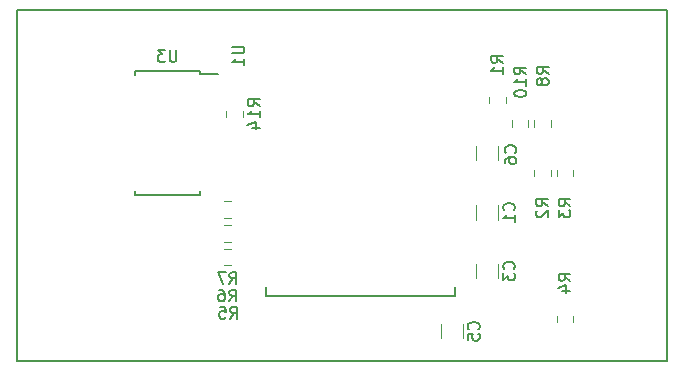
<source format=gbr>
G04 #@! TF.GenerationSoftware,KiCad,Pcbnew,(5.1.0-0)*
G04 #@! TF.CreationDate,2019-04-05T23:49:43+03:00*
G04 #@! TF.ProjectId,curtains-driver,63757274-6169-46e7-932d-647269766572,rev?*
G04 #@! TF.SameCoordinates,Original*
G04 #@! TF.FileFunction,Legend,Bot*
G04 #@! TF.FilePolarity,Positive*
%FSLAX46Y46*%
G04 Gerber Fmt 4.6, Leading zero omitted, Abs format (unit mm)*
G04 Created by KiCad (PCBNEW (5.1.0-0)) date 2019-04-05 23:49:43*
%MOMM*%
%LPD*%
G04 APERTURE LIST*
%ADD10C,0.150000*%
%ADD11C,0.120000*%
%ADD12C,0.152400*%
G04 APERTURE END LIST*
D10*
X134000000Y-63754000D02*
X134000000Y-93500000D01*
X78968600Y-63754000D02*
X78968600Y-93472000D01*
X134000000Y-93500000D02*
X78968600Y-93472000D01*
X78968600Y-63754000D02*
X134000000Y-63754000D01*
D11*
X96673600Y-72803652D02*
X96673600Y-72281148D01*
X98093600Y-72803652D02*
X98093600Y-72281148D01*
X117835000Y-75271936D02*
X117835000Y-76476064D01*
X119655000Y-75271936D02*
X119655000Y-76476064D01*
X114852000Y-90355336D02*
X114852000Y-91559464D01*
X116672000Y-90355336D02*
X116672000Y-91559464D01*
X96512748Y-81380400D02*
X97035252Y-81380400D01*
X96512748Y-79960400D02*
X97035252Y-79960400D01*
X96512748Y-81959400D02*
X97035252Y-81959400D01*
X96512748Y-83379400D02*
X97035252Y-83379400D01*
X96512748Y-85379400D02*
X97035252Y-85379400D01*
X96512748Y-83959400D02*
X97035252Y-83959400D01*
X126059000Y-89654748D02*
X126059000Y-90177252D01*
X124639000Y-89654748D02*
X124639000Y-90177252D01*
X126059000Y-77824918D02*
X126059000Y-77302414D01*
X124639000Y-77824918D02*
X124639000Y-77302414D01*
X122734000Y-77824918D02*
X122734000Y-77302414D01*
X124154000Y-77824918D02*
X124154000Y-77302414D01*
X120344000Y-71622752D02*
X120344000Y-71100248D01*
X118924000Y-71622752D02*
X118924000Y-71100248D01*
X120829000Y-73100248D02*
X120829000Y-73622752D01*
X122249000Y-73100248D02*
X122249000Y-73622752D01*
X124154000Y-73622752D02*
X124154000Y-73100248D01*
X122734000Y-73622752D02*
X122734000Y-73100248D01*
D12*
X100076000Y-88007500D02*
X100076000Y-87245500D01*
X116078000Y-88007500D02*
X100076000Y-88007500D01*
X116078000Y-87245500D02*
X116078000Y-88007500D01*
D11*
X117835000Y-85271936D02*
X117835000Y-86476064D01*
X119655000Y-85271936D02*
X119655000Y-86476064D01*
X119655000Y-81501064D02*
X119655000Y-80296936D01*
X117835000Y-81501064D02*
X117835000Y-80296936D01*
D10*
X94469000Y-68893000D02*
X94469000Y-69168000D01*
X88919000Y-68893000D02*
X88919000Y-69248000D01*
X88919000Y-79443000D02*
X88919000Y-79088000D01*
X94469000Y-79443000D02*
X94469000Y-79088000D01*
X94469000Y-68893000D02*
X88919000Y-68893000D01*
X94469000Y-79443000D02*
X88919000Y-79443000D01*
X94469000Y-69168000D02*
X95994000Y-69168000D01*
X99485980Y-71899542D02*
X99009790Y-71566209D01*
X99485980Y-71328114D02*
X98485980Y-71328114D01*
X98485980Y-71709066D01*
X98533600Y-71804304D01*
X98581219Y-71851923D01*
X98676457Y-71899542D01*
X98819314Y-71899542D01*
X98914552Y-71851923D01*
X98962171Y-71804304D01*
X99009790Y-71709066D01*
X99009790Y-71328114D01*
X99485980Y-72851923D02*
X99485980Y-72280495D01*
X99485980Y-72566209D02*
X98485980Y-72566209D01*
X98628838Y-72470971D01*
X98724076Y-72375733D01*
X98771695Y-72280495D01*
X98819314Y-73709066D02*
X99485980Y-73709066D01*
X98438361Y-73470971D02*
X99152647Y-73232876D01*
X99152647Y-73851923D01*
X121134142Y-75842833D02*
X121181761Y-75795214D01*
X121229380Y-75652357D01*
X121229380Y-75557119D01*
X121181761Y-75414261D01*
X121086523Y-75319023D01*
X120991285Y-75271404D01*
X120800809Y-75223785D01*
X120657952Y-75223785D01*
X120467476Y-75271404D01*
X120372238Y-75319023D01*
X120277000Y-75414261D01*
X120229380Y-75557119D01*
X120229380Y-75652357D01*
X120277000Y-75795214D01*
X120324619Y-75842833D01*
X120229380Y-76699976D02*
X120229380Y-76509500D01*
X120277000Y-76414261D01*
X120324619Y-76366642D01*
X120467476Y-76271404D01*
X120657952Y-76223785D01*
X121038904Y-76223785D01*
X121134142Y-76271404D01*
X121181761Y-76319023D01*
X121229380Y-76414261D01*
X121229380Y-76604738D01*
X121181761Y-76699976D01*
X121134142Y-76747595D01*
X121038904Y-76795214D01*
X120800809Y-76795214D01*
X120705571Y-76747595D01*
X120657952Y-76699976D01*
X120610333Y-76604738D01*
X120610333Y-76414261D01*
X120657952Y-76319023D01*
X120705571Y-76271404D01*
X120800809Y-76223785D01*
X118022642Y-90790733D02*
X118070261Y-90743114D01*
X118117880Y-90600257D01*
X118117880Y-90505019D01*
X118070261Y-90362161D01*
X117975023Y-90266923D01*
X117879785Y-90219304D01*
X117689309Y-90171685D01*
X117546452Y-90171685D01*
X117355976Y-90219304D01*
X117260738Y-90266923D01*
X117165500Y-90362161D01*
X117117880Y-90505019D01*
X117117880Y-90600257D01*
X117165500Y-90743114D01*
X117213119Y-90790733D01*
X117117880Y-91695495D02*
X117117880Y-91219304D01*
X117594071Y-91171685D01*
X117546452Y-91219304D01*
X117498833Y-91314542D01*
X117498833Y-91552638D01*
X117546452Y-91647876D01*
X117594071Y-91695495D01*
X117689309Y-91743114D01*
X117927404Y-91743114D01*
X118022642Y-91695495D01*
X118070261Y-91647876D01*
X118117880Y-91552638D01*
X118117880Y-91314542D01*
X118070261Y-91219304D01*
X118022642Y-91171685D01*
X96940666Y-86964780D02*
X97274000Y-86488590D01*
X97512095Y-86964780D02*
X97512095Y-85964780D01*
X97131142Y-85964780D01*
X97035904Y-86012400D01*
X96988285Y-86060019D01*
X96940666Y-86155257D01*
X96940666Y-86298114D01*
X96988285Y-86393352D01*
X97035904Y-86440971D01*
X97131142Y-86488590D01*
X97512095Y-86488590D01*
X96607333Y-85964780D02*
X95940666Y-85964780D01*
X96369238Y-86964780D01*
X96940666Y-88425280D02*
X97274000Y-87949090D01*
X97512095Y-88425280D02*
X97512095Y-87425280D01*
X97131142Y-87425280D01*
X97035904Y-87472900D01*
X96988285Y-87520519D01*
X96940666Y-87615757D01*
X96940666Y-87758614D01*
X96988285Y-87853852D01*
X97035904Y-87901471D01*
X97131142Y-87949090D01*
X97512095Y-87949090D01*
X96083523Y-87425280D02*
X96274000Y-87425280D01*
X96369238Y-87472900D01*
X96416857Y-87520519D01*
X96512095Y-87663376D01*
X96559714Y-87853852D01*
X96559714Y-88234804D01*
X96512095Y-88330042D01*
X96464476Y-88377661D01*
X96369238Y-88425280D01*
X96178761Y-88425280D01*
X96083523Y-88377661D01*
X96035904Y-88330042D01*
X95988285Y-88234804D01*
X95988285Y-87996709D01*
X96035904Y-87901471D01*
X96083523Y-87853852D01*
X96178761Y-87806233D01*
X96369238Y-87806233D01*
X96464476Y-87853852D01*
X96512095Y-87901471D01*
X96559714Y-87996709D01*
X97004166Y-89885780D02*
X97337500Y-89409590D01*
X97575595Y-89885780D02*
X97575595Y-88885780D01*
X97194642Y-88885780D01*
X97099404Y-88933400D01*
X97051785Y-88981019D01*
X97004166Y-89076257D01*
X97004166Y-89219114D01*
X97051785Y-89314352D01*
X97099404Y-89361971D01*
X97194642Y-89409590D01*
X97575595Y-89409590D01*
X96099404Y-88885780D02*
X96575595Y-88885780D01*
X96623214Y-89361971D01*
X96575595Y-89314352D01*
X96480357Y-89266733D01*
X96242261Y-89266733D01*
X96147023Y-89314352D01*
X96099404Y-89361971D01*
X96051785Y-89457209D01*
X96051785Y-89695304D01*
X96099404Y-89790542D01*
X96147023Y-89838161D01*
X96242261Y-89885780D01*
X96480357Y-89885780D01*
X96575595Y-89838161D01*
X96623214Y-89790542D01*
X125801380Y-86701333D02*
X125325190Y-86368000D01*
X125801380Y-86129904D02*
X124801380Y-86129904D01*
X124801380Y-86510857D01*
X124849000Y-86606095D01*
X124896619Y-86653714D01*
X124991857Y-86701333D01*
X125134714Y-86701333D01*
X125229952Y-86653714D01*
X125277571Y-86606095D01*
X125325190Y-86510857D01*
X125325190Y-86129904D01*
X125134714Y-87558476D02*
X125801380Y-87558476D01*
X124753761Y-87320380D02*
X125468047Y-87082285D01*
X125468047Y-87701333D01*
X125801380Y-80361332D02*
X125325190Y-80027999D01*
X125801380Y-79789903D02*
X124801380Y-79789903D01*
X124801380Y-80170856D01*
X124849000Y-80266094D01*
X124896619Y-80313713D01*
X124991857Y-80361332D01*
X125134714Y-80361332D01*
X125229952Y-80313713D01*
X125277571Y-80266094D01*
X125325190Y-80170856D01*
X125325190Y-79789903D01*
X124801380Y-80694665D02*
X124801380Y-81313713D01*
X125182333Y-80980379D01*
X125182333Y-81123237D01*
X125229952Y-81218475D01*
X125277571Y-81266094D01*
X125372809Y-81313713D01*
X125610904Y-81313713D01*
X125706142Y-81266094D01*
X125753761Y-81218475D01*
X125801380Y-81123237D01*
X125801380Y-80837522D01*
X125753761Y-80742284D01*
X125706142Y-80694665D01*
X123896380Y-80361332D02*
X123420190Y-80027999D01*
X123896380Y-79789903D02*
X122896380Y-79789903D01*
X122896380Y-80170856D01*
X122944000Y-80266094D01*
X122991619Y-80313713D01*
X123086857Y-80361332D01*
X123229714Y-80361332D01*
X123324952Y-80313713D01*
X123372571Y-80266094D01*
X123420190Y-80170856D01*
X123420190Y-79789903D01*
X122991619Y-80742284D02*
X122944000Y-80789903D01*
X122896380Y-80885141D01*
X122896380Y-81123237D01*
X122944000Y-81218475D01*
X122991619Y-81266094D01*
X123086857Y-81313713D01*
X123182095Y-81313713D01*
X123324952Y-81266094D01*
X123896380Y-80694665D01*
X123896380Y-81313713D01*
X120086380Y-68222833D02*
X119610190Y-67889500D01*
X120086380Y-67651404D02*
X119086380Y-67651404D01*
X119086380Y-68032357D01*
X119134000Y-68127595D01*
X119181619Y-68175214D01*
X119276857Y-68222833D01*
X119419714Y-68222833D01*
X119514952Y-68175214D01*
X119562571Y-68127595D01*
X119610190Y-68032357D01*
X119610190Y-67651404D01*
X120086380Y-69175214D02*
X120086380Y-68603785D01*
X120086380Y-68889500D02*
X119086380Y-68889500D01*
X119229238Y-68794261D01*
X119324476Y-68699023D01*
X119372095Y-68603785D01*
X122054880Y-69207142D02*
X121578690Y-68873809D01*
X122054880Y-68635714D02*
X121054880Y-68635714D01*
X121054880Y-69016666D01*
X121102500Y-69111904D01*
X121150119Y-69159523D01*
X121245357Y-69207142D01*
X121388214Y-69207142D01*
X121483452Y-69159523D01*
X121531071Y-69111904D01*
X121578690Y-69016666D01*
X121578690Y-68635714D01*
X122054880Y-70159523D02*
X122054880Y-69588095D01*
X122054880Y-69873809D02*
X121054880Y-69873809D01*
X121197738Y-69778571D01*
X121292976Y-69683333D01*
X121340595Y-69588095D01*
X121054880Y-70778571D02*
X121054880Y-70873809D01*
X121102500Y-70969047D01*
X121150119Y-71016666D01*
X121245357Y-71064285D01*
X121435833Y-71111904D01*
X121673928Y-71111904D01*
X121864404Y-71064285D01*
X121959642Y-71016666D01*
X122007261Y-70969047D01*
X122054880Y-70873809D01*
X122054880Y-70778571D01*
X122007261Y-70683333D01*
X121959642Y-70635714D01*
X121864404Y-70588095D01*
X121673928Y-70540476D01*
X121435833Y-70540476D01*
X121245357Y-70588095D01*
X121150119Y-70635714D01*
X121102500Y-70683333D01*
X121054880Y-70778571D01*
X123959880Y-69175333D02*
X123483690Y-68842000D01*
X123959880Y-68603904D02*
X122959880Y-68603904D01*
X122959880Y-68984857D01*
X123007500Y-69080095D01*
X123055119Y-69127714D01*
X123150357Y-69175333D01*
X123293214Y-69175333D01*
X123388452Y-69127714D01*
X123436071Y-69080095D01*
X123483690Y-68984857D01*
X123483690Y-68603904D01*
X123388452Y-69746761D02*
X123340833Y-69651523D01*
X123293214Y-69603904D01*
X123197976Y-69556285D01*
X123150357Y-69556285D01*
X123055119Y-69603904D01*
X123007500Y-69651523D01*
X122959880Y-69746761D01*
X122959880Y-69937238D01*
X123007500Y-70032476D01*
X123055119Y-70080095D01*
X123150357Y-70127714D01*
X123197976Y-70127714D01*
X123293214Y-70080095D01*
X123340833Y-70032476D01*
X123388452Y-69937238D01*
X123388452Y-69746761D01*
X123436071Y-69651523D01*
X123483690Y-69603904D01*
X123578928Y-69556285D01*
X123769404Y-69556285D01*
X123864642Y-69603904D01*
X123912261Y-69651523D01*
X123959880Y-69746761D01*
X123959880Y-69937238D01*
X123912261Y-70032476D01*
X123864642Y-70080095D01*
X123769404Y-70127714D01*
X123578928Y-70127714D01*
X123483690Y-70080095D01*
X123436071Y-70032476D01*
X123388452Y-69937238D01*
X97178880Y-66865595D02*
X97988404Y-66865595D01*
X98083642Y-66913214D01*
X98131261Y-66960833D01*
X98178880Y-67056071D01*
X98178880Y-67246547D01*
X98131261Y-67341785D01*
X98083642Y-67389404D01*
X97988404Y-67437023D01*
X97178880Y-67437023D01*
X98178880Y-68437023D02*
X98178880Y-67865595D01*
X98178880Y-68151309D02*
X97178880Y-68151309D01*
X97321738Y-68056071D01*
X97416976Y-67960833D01*
X97464595Y-67865595D01*
X121007142Y-85685333D02*
X121054761Y-85637714D01*
X121102380Y-85494857D01*
X121102380Y-85399619D01*
X121054761Y-85256761D01*
X120959523Y-85161523D01*
X120864285Y-85113904D01*
X120673809Y-85066285D01*
X120530952Y-85066285D01*
X120340476Y-85113904D01*
X120245238Y-85161523D01*
X120150000Y-85256761D01*
X120102380Y-85399619D01*
X120102380Y-85494857D01*
X120150000Y-85637714D01*
X120197619Y-85685333D01*
X120102380Y-86018666D02*
X120102380Y-86637714D01*
X120483333Y-86304380D01*
X120483333Y-86447238D01*
X120530952Y-86542476D01*
X120578571Y-86590095D01*
X120673809Y-86637714D01*
X120911904Y-86637714D01*
X121007142Y-86590095D01*
X121054761Y-86542476D01*
X121102380Y-86447238D01*
X121102380Y-86161523D01*
X121054761Y-86066285D01*
X121007142Y-86018666D01*
X121007142Y-80732333D02*
X121054761Y-80684714D01*
X121102380Y-80541857D01*
X121102380Y-80446619D01*
X121054761Y-80303761D01*
X120959523Y-80208523D01*
X120864285Y-80160904D01*
X120673809Y-80113285D01*
X120530952Y-80113285D01*
X120340476Y-80160904D01*
X120245238Y-80208523D01*
X120150000Y-80303761D01*
X120102380Y-80446619D01*
X120102380Y-80541857D01*
X120150000Y-80684714D01*
X120197619Y-80732333D01*
X121102380Y-81684714D02*
X121102380Y-81113285D01*
X121102380Y-81399000D02*
X120102380Y-81399000D01*
X120245238Y-81303761D01*
X120340476Y-81208523D01*
X120388095Y-81113285D01*
X92455904Y-67143380D02*
X92455904Y-67952904D01*
X92408285Y-68048142D01*
X92360666Y-68095761D01*
X92265428Y-68143380D01*
X92074952Y-68143380D01*
X91979714Y-68095761D01*
X91932095Y-68048142D01*
X91884476Y-67952904D01*
X91884476Y-67143380D01*
X91503523Y-67143380D02*
X90884476Y-67143380D01*
X91217809Y-67524333D01*
X91074952Y-67524333D01*
X90979714Y-67571952D01*
X90932095Y-67619571D01*
X90884476Y-67714809D01*
X90884476Y-67952904D01*
X90932095Y-68048142D01*
X90979714Y-68095761D01*
X91074952Y-68143380D01*
X91360666Y-68143380D01*
X91455904Y-68095761D01*
X91503523Y-68048142D01*
M02*

</source>
